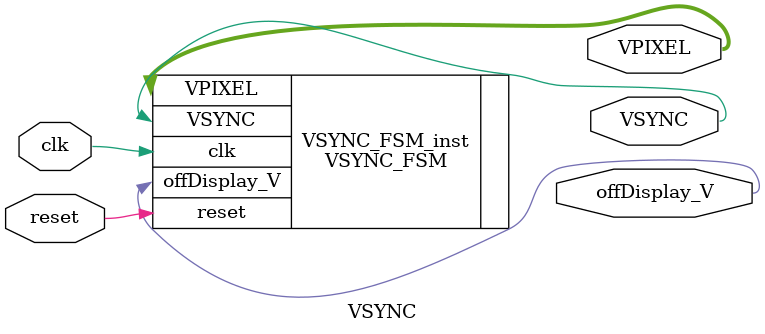
<source format=v>
`timescale 1ns/1ps
module VSYNC(clk, reset, VSYNC, VPIXEL, offDisplay_V);
    input clk, reset;
    output [6:0] VPIXEL; // 0 - 95
    output VSYNC, offDisplay_V;

    VSYNC_FSM VSYNC_FSM_inst(.clk(clk),
                             .reset(reset),
                             .VPIXEL(VPIXEL),
                             .VSYNC(VSYNC),
                             .offDisplay_V(offDisplay_V)
                             );

endmodule
</source>
